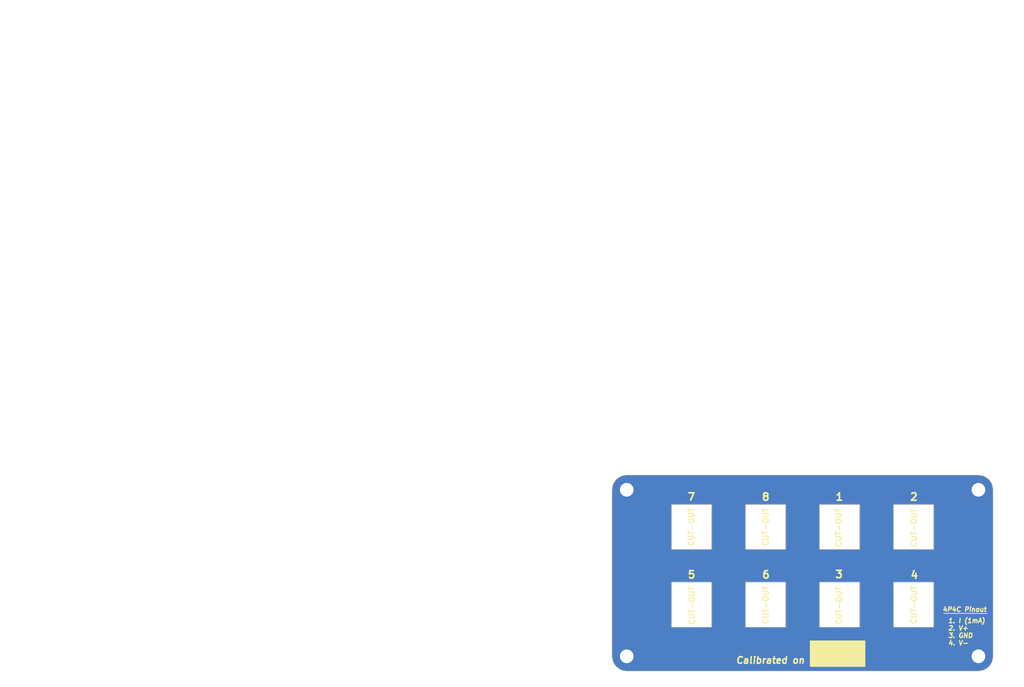
<source format=kicad_pcb>
(kicad_pcb (version 4) (host pcbnew 4.0.4+e1-6308~48~ubuntu15.10.1-stable)

  (general
    (links 3)
    (no_connects 0)
    (area -20.200001 -64.250001 259.390521 121.422161)
    (thickness 1.6)
    (drawings 72)
    (tracks 0)
    (zones 0)
    (modules 4)
    (nets 2)
  )

  (page A4)
  (layers
    (0 F.Cu signal)
    (31 B.Cu signal)
    (32 B.Adhes user)
    (33 F.Adhes user)
    (34 B.Paste user)
    (35 F.Paste user)
    (36 B.SilkS user)
    (37 F.SilkS user)
    (38 B.Mask user)
    (39 F.Mask user)
    (40 Dwgs.User user)
    (41 Cmts.User user)
    (42 Eco1.User user)
    (43 Eco2.User user)
    (44 Edge.Cuts user)
    (45 Margin user)
    (46 B.CrtYd user)
    (47 F.CrtYd user)
    (48 B.Fab user)
    (49 F.Fab user)
  )

  (setup
    (last_trace_width 0.25)
    (user_trace_width 0.3)
    (user_trace_width 0.4)
    (user_trace_width 0.5)
    (user_trace_width 0.6)
    (user_trace_width 0.8)
    (user_trace_width 1)
    (trace_clearance 0.2)
    (zone_clearance 0)
    (zone_45_only no)
    (trace_min 0.2)
    (segment_width 0.2)
    (edge_width 0.15)
    (via_size 0.6)
    (via_drill 0.4)
    (via_min_size 0.4)
    (via_min_drill 0.3)
    (uvia_size 0.3)
    (uvia_drill 0.1)
    (uvias_allowed no)
    (uvia_min_size 0.2)
    (uvia_min_drill 0.1)
    (pcb_text_width 0.3)
    (pcb_text_size 1.5 1.5)
    (mod_edge_width 0.15)
    (mod_text_size 1 1)
    (mod_text_width 0.15)
    (pad_size 6 6)
    (pad_drill 3.7)
    (pad_to_mask_clearance 0.2)
    (aux_axis_origin 0 0)
    (grid_origin 135.39724 84.19084)
    (visible_elements FFFFF77F)
    (pcbplotparams
      (layerselection 0x3ffff_80000001)
      (usegerberextensions false)
      (excludeedgelayer true)
      (linewidth 0.100000)
      (plotframeref false)
      (viasonmask false)
      (mode 1)
      (useauxorigin false)
      (hpglpennumber 1)
      (hpglpenspeed 20)
      (hpglpendiameter 15)
      (hpglpenoverlay 2)
      (psnegative false)
      (psa4output false)
      (plotreference true)
      (plotvalue true)
      (plotinvisibletext false)
      (padsonsilk false)
      (subtractmaskfromsilk false)
      (outputformat 1)
      (mirror false)
      (drillshape 0)
      (scaleselection 1)
      (outputdirectory Gerber/Painel_MBTemp_Traseiro/))
  )

  (net 0 "")
  (net 1 GND)

  (net_class Default "This is the default net class."
    (clearance 0.2)
    (trace_width 0.25)
    (via_dia 0.6)
    (via_drill 0.4)
    (uvia_dia 0.3)
    (uvia_drill 0.1)
    (add_net GND)
  )

  (module Pin_Headers:Pin_Header_Straight_1x01_Pitch2.54mm (layer F.Cu) (tedit 59F76A30) (tstamp 59F8C69F)
    (at 149.16404 113.10112)
    (descr "Through hole straight pin header, 1x01, 2.54mm pitch, single row")
    (tags "Through hole pin header THT 1x01 2.54mm single row")
    (fp_text reference REF** (at 0 -2.33) (layer F.SilkS) hide
      (effects (font (size 1 1) (thickness 0.15)))
    )
    (fp_text value Pin_Header_Straight_1x01_Pitch2.54mm (at 0 2.33) (layer F.Fab) hide
      (effects (font (size 1 1) (thickness 0.15)))
    )
    (pad 1 thru_hole circle (at 0 0) (size 6 6) (drill 3.7) (layers *.Cu *.Mask)
      (net 1 GND))
    (model ${KISYS3DMOD}/Pin_Headers.3dshapes/Pin_Header_Straight_1x01_Pitch2.54mm.wrl
      (at (xyz 0 0 0))
      (scale (xyz 1 1 1))
      (rotate (xyz 0 0 0))
    )
  )

  (module Pin_Headers:Pin_Header_Straight_1x01_Pitch2.54mm (layer F.Cu) (tedit 59F76A30) (tstamp 59F8C690)
    (at 244.19052 113.09096)
    (descr "Through hole straight pin header, 1x01, 2.54mm pitch, single row")
    (tags "Through hole pin header THT 1x01 2.54mm single row")
    (fp_text reference REF** (at 0 -2.33) (layer F.SilkS) hide
      (effects (font (size 1 1) (thickness 0.15)))
    )
    (fp_text value Pin_Header_Straight_1x01_Pitch2.54mm (at 0 2.33) (layer F.Fab) hide
      (effects (font (size 1 1) (thickness 0.15)))
    )
    (pad 1 thru_hole circle (at 0 0) (size 6 6) (drill 3.7) (layers *.Cu *.Mask)
      (net 1 GND))
    (model ${KISYS3DMOD}/Pin_Headers.3dshapes/Pin_Header_Straight_1x01_Pitch2.54mm.wrl
      (at (xyz 0 0 0))
      (scale (xyz 1 1 1))
      (rotate (xyz 0 0 0))
    )
  )

  (module Pin_Headers:Pin_Header_Straight_1x01_Pitch2.54mm (layer F.Cu) (tedit 59F76A30) (tstamp 59F8C64E)
    (at 244.19052 68.10248)
    (descr "Through hole straight pin header, 1x01, 2.54mm pitch, single row")
    (tags "Through hole pin header THT 1x01 2.54mm single row")
    (fp_text reference REF** (at 0 -2.33) (layer F.SilkS) hide
      (effects (font (size 1 1) (thickness 0.15)))
    )
    (fp_text value Pin_Header_Straight_1x01_Pitch2.54mm (at 0 2.33) (layer F.Fab) hide
      (effects (font (size 1 1) (thickness 0.15)))
    )
    (pad 1 thru_hole circle (at 0 0) (size 6 6) (drill 3.7) (layers *.Cu *.Mask)
      (net 1 GND))
    (model ${KISYS3DMOD}/Pin_Headers.3dshapes/Pin_Header_Straight_1x01_Pitch2.54mm.wrl
      (at (xyz 0 0 0))
      (scale (xyz 1 1 1))
      (rotate (xyz 0 0 0))
    )
  )

  (module Pin_Headers:Pin_Header_Straight_1x01_Pitch2.54mm (layer F.Cu) (tedit 59F76A30) (tstamp 59F8C633)
    (at 149.15388 68.10248)
    (descr "Through hole straight pin header, 1x01, 2.54mm pitch, single row")
    (tags "Through hole pin header THT 1x01 2.54mm single row")
    (fp_text reference REF** (at 0 -2.33) (layer F.SilkS) hide
      (effects (font (size 1 1) (thickness 0.15)))
    )
    (fp_text value Pin_Header_Straight_1x01_Pitch2.54mm (at 0 2.33) (layer F.Fab) hide
      (effects (font (size 1 1) (thickness 0.15)))
    )
    (pad 1 thru_hole circle (at 0 0) (size 6 6) (drill 3.7) (layers *.Cu *.Mask)
      (net 1 GND))
    (model ${KISYS3DMOD}/Pin_Headers.3dshapes/Pin_Header_Straight_1x01_Pitch2.54mm.wrl
      (at (xyz 0 0 0))
      (scale (xyz 1 1 1))
      (rotate (xyz 0 0 0))
    )
  )

  (gr_text "Calibrated on" (at 187.97524 114.16284) (layer F.SilkS)
    (effects (font (size 1.8 1.8) (thickness 0.4) italic))
  )
  (gr_text CUT-OUT (at 206.51724 99.3902 90) (layer F.SilkS)
    (effects (font (size 1.5 1.5) (thickness 0.3)))
  )
  (gr_text CUT-OUT (at 226.78644 99.2124 90) (layer F.SilkS)
    (effects (font (size 1.5 1.5) (thickness 0.3)))
  )
  (gr_text CUT-OUT (at 226.78644 78.32344 90) (layer F.SilkS)
    (effects (font (size 1.5 1.5) (thickness 0.3)))
  )
  (gr_text CUT-OUT (at 206.4258 78.32344 90) (layer F.SilkS)
    (effects (font (size 1.5 1.5) (thickness 0.3)))
  )
  (gr_text CUT-OUT (at 186.69 99.2124 90) (layer F.SilkS)
    (effects (font (size 1.5 1.5) (thickness 0.3)))
  )
  (gr_text CUT-OUT (at 166.7764 99.3902 90) (layer F.SilkS)
    (effects (font (size 1.5 1.5) (thickness 0.3)))
  )
  (gr_text CUT-OUT (at 186.69 78.14564 90) (layer F.SilkS)
    (effects (font (size 1.5 1.5) (thickness 0.3)))
  )
  (gr_text CUT-OUT (at 166.5986 78.14564 90) (layer F.SilkS)
    (effects (font (size 1.5 1.5) (thickness 0.3)))
  )
  (gr_line (start 234.823 101.50856) (end 246.46636 101.50856) (angle 90) (layer F.SilkS) (width 0.2))
  (gr_text "1. I (1mA)\n2. V+\n3. GND\n4. V-" (at 235.87964 106.49204) (layer F.SilkS)
    (effects (font (size 1.25 1.25) (thickness 0.3) italic) (justify left))
  )
  (gr_text "4P4C Pinout" (at 240.45164 100.4316) (layer F.SilkS)
    (effects (font (size 1.25 1.25) (thickness 0.3) italic))
  )
  (gr_text 5 (at 166.69004 91.0336) (layer F.SilkS)
    (effects (font (size 2 2) (thickness 0.45)))
  )
  (gr_text 6 (at 186.78144 91.0336) (layer F.SilkS)
    (effects (font (size 2 2) (thickness 0.45)))
  )
  (gr_text 4 (at 226.8728 91.12504) (layer F.SilkS)
    (effects (font (size 2 2) (thickness 0.45)))
  )
  (gr_text 3 (at 206.51724 90.94724) (layer F.SilkS)
    (effects (font (size 2 2) (thickness 0.45)))
  )
  (gr_text 2 (at 226.76104 70.01764) (layer F.SilkS)
    (effects (font (size 2 2) (thickness 0.45)))
  )
  (gr_text 1 (at 206.61884 70.01764) (layer F.SilkS)
    (effects (font (size 2 2) (thickness 0.45)))
  )
  (gr_text 8 (at 186.72048 70.02272) (layer F.SilkS)
    (effects (font (size 2 2) (thickness 0.45)))
  )
  (gr_text 7 (at 166.624 70.0024) (layer F.SilkS)
    (effects (font (size 2 2) (thickness 0.45)))
  )
  (gr_line (start 221.265754 104.899645) (end 221.265754 93.099645) (layer Edge.Cuts) (width 0.1))
  (gr_line (start 221.265754 105.199645) (end 221.265754 104.899645) (layer Edge.Cuts) (width 0.1))
  (gr_line (start 232.065754 105.199645) (end 221.265754 105.199645) (layer Edge.Cuts) (width 0.1))
  (gr_line (start 232.065754 93.099645) (end 232.065754 105.199645) (layer Edge.Cuts) (width 0.1))
  (gr_line (start 221.265754 93.099645) (end 232.065754 93.099645) (layer Edge.Cuts) (width 0.1))
  (gr_line (start 221.265754 83.899645) (end 221.265754 72.099645) (layer Edge.Cuts) (width 0.1))
  (gr_line (start 221.265754 84.199645) (end 221.265754 83.899645) (layer Edge.Cuts) (width 0.1))
  (gr_line (start 232.065754 84.199645) (end 221.265754 84.199645) (layer Edge.Cuts) (width 0.1))
  (gr_line (start 232.065754 72.099645) (end 232.065754 84.199645) (layer Edge.Cuts) (width 0.1))
  (gr_line (start 221.265754 72.099645) (end 232.065754 72.099645) (layer Edge.Cuts) (width 0.1))
  (gr_line (start 201.265754 83.899645) (end 201.265754 72.099645) (layer Edge.Cuts) (width 0.1))
  (gr_line (start 201.265754 84.199645) (end 201.265754 83.899645) (layer Edge.Cuts) (width 0.1))
  (gr_line (start 212.065754 84.199645) (end 201.265754 84.199645) (layer Edge.Cuts) (width 0.1))
  (gr_line (start 212.065754 72.099645) (end 212.065754 84.199645) (layer Edge.Cuts) (width 0.1))
  (gr_line (start 201.265754 72.099645) (end 212.065754 72.099645) (layer Edge.Cuts) (width 0.1))
  (gr_line (start 201.265754 104.899645) (end 201.265754 93.099645) (layer Edge.Cuts) (width 0.1))
  (gr_line (start 201.265754 105.199645) (end 201.265754 104.899645) (layer Edge.Cuts) (width 0.1))
  (gr_line (start 212.065754 105.199645) (end 201.265754 105.199645) (layer Edge.Cuts) (width 0.1))
  (gr_line (start 212.065754 93.099645) (end 212.065754 105.199645) (layer Edge.Cuts) (width 0.1))
  (gr_line (start 201.265754 93.099645) (end 212.065754 93.099645) (layer Edge.Cuts) (width 0.1))
  (gr_line (start 181.275754 104.899645) (end 181.275754 93.099645) (layer Edge.Cuts) (width 0.1))
  (gr_line (start 181.275754 105.199645) (end 181.275754 104.899645) (layer Edge.Cuts) (width 0.1))
  (gr_line (start 192.075754 105.199645) (end 181.275754 105.199645) (layer Edge.Cuts) (width 0.1))
  (gr_line (start 192.075754 93.099645) (end 192.075754 105.199645) (layer Edge.Cuts) (width 0.1))
  (gr_line (start 181.275754 93.099645) (end 192.075754 93.099645) (layer Edge.Cuts) (width 0.1))
  (gr_line (start 181.275754 83.899645) (end 181.275754 72.099645) (layer Edge.Cuts) (width 0.1))
  (gr_line (start 181.275754 84.199645) (end 181.275754 83.899645) (layer Edge.Cuts) (width 0.1))
  (gr_line (start 192.075754 84.199645) (end 181.275754 84.199645) (layer Edge.Cuts) (width 0.1))
  (gr_line (start 192.075754 72.099645) (end 192.075754 84.199645) (layer Edge.Cuts) (width 0.1))
  (gr_line (start 181.275754 72.099645) (end 192.075754 72.099645) (layer Edge.Cuts) (width 0.1))
  (gr_line (start 161.275754 83.899645) (end 161.275754 72.099645) (layer Edge.Cuts) (width 0.1))
  (gr_line (start 161.275754 84.199645) (end 161.275754 83.899645) (layer Edge.Cuts) (width 0.1))
  (gr_line (start 172.075754 84.199645) (end 161.275754 84.199645) (layer Edge.Cuts) (width 0.1))
  (gr_line (start 172.075754 72.099645) (end 172.075754 84.199645) (layer Edge.Cuts) (width 0.1))
  (gr_line (start 161.275754 72.099645) (end 172.075754 72.099645) (layer Edge.Cuts) (width 0.1))
  (gr_line (start 161.275754 105.199645) (end 161.275754 104.899645) (layer Edge.Cuts) (width 0.1))
  (gr_line (start 172.075754 105.199645) (end 161.275754 105.199645) (layer Edge.Cuts) (width 0.1))
  (gr_line (start 172.075754 93.099645) (end 172.075754 105.199645) (layer Edge.Cuts) (width 0.1))
  (gr_line (start 161.275754 93.099645) (end 172.075754 93.099645) (layer Edge.Cuts) (width 0.1))
  (gr_line (start 161.275754 104.899645) (end 161.275754 93.099645) (layer Edge.Cuts) (width 0.1))
  (gr_line (start 248.170754 68.089645) (end 248.170754 113.109645) (layer Edge.Cuts) (width 0.1))
  (gr_line (start 145.170754 113.109645) (end 145.170754 68.089645) (layer Edge.Cuts) (width 0.1))
  (gr_arc (start 149.160754 68.089645) (end 149.160754 64.099645) (angle -90) (layer Edge.Cuts) (width 0.1))
  (gr_arc (start 149.160754 113.109645) (end 145.170754 113.109645) (angle -90) (layer Edge.Cuts) (width 0.1))
  (gr_line (start 244.180754 117.099645) (end 149.160754 117.099645) (layer Edge.Cuts) (width 0.1))
  (gr_arc (start 244.180754 113.109645) (end 244.180754 117.099645) (angle -90) (layer Edge.Cuts) (width 0.1))
  (gr_arc (start 244.180754 68.089645) (end 248.170754 68.089645) (angle -90) (layer Edge.Cuts) (width 0.1))
  (gr_line (start 149.160754 64.099645) (end 244.180754 64.099645) (layer Edge.Cuts) (width 0.1))
  (gr_line (start 15.145404 62.85) (end 15.145404 62.85) (layer Edge.Cuts) (width 0.1))
  (gr_line (start -20.15 -64.2) (end -20.15 -64.2) (layer Edge.Cuts) (width 0.1))
  (gr_line (start 20.15 64.2) (end 20.15 64.2) (layer Edge.Cuts) (width 0.1))
  (gr_line (start 10.254596 62.85) (end 10.254596 62.85) (layer Edge.Cuts) (width 0.1))

  (zone (net 1) (net_name GND) (layer F.Cu) (tstamp 59F76A04) (hatch edge 0.508)
    (connect_pads yes (clearance 0))
    (min_thickness 0.254)
    (fill yes (arc_segments 16) (thermal_gap 0.508) (thermal_bridge_width 0.508))
    (polygon
      (pts
        (xy 34.417 60.452) (xy 254.7874 60.97016) (xy 256.0574 121.42216) (xy 32.258 118.745) (xy 33.655 60.706)
      )
    )
    (filled_polygon
      (pts
        (xy 245.638599 64.570096) (xy 246.8745 65.395899) (xy 247.700303 66.6318) (xy 247.993754 68.107078) (xy 247.993754 113.092212)
        (xy 247.700303 114.56749) (xy 246.8745 115.803391) (xy 245.638599 116.629194) (xy 244.163321 116.922645) (xy 149.178187 116.922645)
        (xy 147.702909 116.629194) (xy 146.467008 115.803391) (xy 145.641205 114.56749) (xy 145.347754 113.092212) (xy 145.347754 93.099645)
        (xy 161.098754 93.099645) (xy 161.098754 105.199645) (xy 161.112227 105.26738) (xy 161.150596 105.324803) (xy 161.208019 105.363172)
        (xy 161.275754 105.376645) (xy 172.075754 105.376645) (xy 172.143489 105.363172) (xy 172.200912 105.324803) (xy 172.239281 105.26738)
        (xy 172.252754 105.199645) (xy 172.252754 93.099645) (xy 181.098754 93.099645) (xy 181.098754 105.199645) (xy 181.112227 105.26738)
        (xy 181.150596 105.324803) (xy 181.208019 105.363172) (xy 181.275754 105.376645) (xy 192.075754 105.376645) (xy 192.143489 105.363172)
        (xy 192.200912 105.324803) (xy 192.239281 105.26738) (xy 192.252754 105.199645) (xy 192.252754 93.099645) (xy 201.088754 93.099645)
        (xy 201.088754 105.199645) (xy 201.102227 105.26738) (xy 201.140596 105.324803) (xy 201.198019 105.363172) (xy 201.265754 105.376645)
        (xy 212.065754 105.376645) (xy 212.133489 105.363172) (xy 212.190912 105.324803) (xy 212.229281 105.26738) (xy 212.242754 105.199645)
        (xy 212.242754 93.099645) (xy 221.088754 93.099645) (xy 221.088754 105.199645) (xy 221.102227 105.26738) (xy 221.140596 105.324803)
        (xy 221.198019 105.363172) (xy 221.265754 105.376645) (xy 232.065754 105.376645) (xy 232.133489 105.363172) (xy 232.190912 105.324803)
        (xy 232.229281 105.26738) (xy 232.242754 105.199645) (xy 232.242754 93.099645) (xy 232.229281 93.03191) (xy 232.190912 92.974487)
        (xy 232.133489 92.936118) (xy 232.065754 92.922645) (xy 221.265754 92.922645) (xy 221.198019 92.936118) (xy 221.140596 92.974487)
        (xy 221.102227 93.03191) (xy 221.088754 93.099645) (xy 212.242754 93.099645) (xy 212.229281 93.03191) (xy 212.190912 92.974487)
        (xy 212.133489 92.936118) (xy 212.065754 92.922645) (xy 201.265754 92.922645) (xy 201.198019 92.936118) (xy 201.140596 92.974487)
        (xy 201.102227 93.03191) (xy 201.088754 93.099645) (xy 192.252754 93.099645) (xy 192.239281 93.03191) (xy 192.200912 92.974487)
        (xy 192.143489 92.936118) (xy 192.075754 92.922645) (xy 181.275754 92.922645) (xy 181.208019 92.936118) (xy 181.150596 92.974487)
        (xy 181.112227 93.03191) (xy 181.098754 93.099645) (xy 172.252754 93.099645) (xy 172.239281 93.03191) (xy 172.200912 92.974487)
        (xy 172.143489 92.936118) (xy 172.075754 92.922645) (xy 161.275754 92.922645) (xy 161.208019 92.936118) (xy 161.150596 92.974487)
        (xy 161.112227 93.03191) (xy 161.098754 93.099645) (xy 145.347754 93.099645) (xy 145.347754 72.099645) (xy 161.098754 72.099645)
        (xy 161.098754 84.199645) (xy 161.112227 84.26738) (xy 161.150596 84.324803) (xy 161.208019 84.363172) (xy 161.275754 84.376645)
        (xy 172.075754 84.376645) (xy 172.143489 84.363172) (xy 172.200912 84.324803) (xy 172.239281 84.26738) (xy 172.252754 84.199645)
        (xy 172.252754 72.099645) (xy 181.098754 72.099645) (xy 181.098754 84.199645) (xy 181.112227 84.26738) (xy 181.150596 84.324803)
        (xy 181.208019 84.363172) (xy 181.275754 84.376645) (xy 192.075754 84.376645) (xy 192.143489 84.363172) (xy 192.200912 84.324803)
        (xy 192.239281 84.26738) (xy 192.252754 84.199645) (xy 192.252754 72.099645) (xy 201.088754 72.099645) (xy 201.088754 84.199645)
        (xy 201.102227 84.26738) (xy 201.140596 84.324803) (xy 201.198019 84.363172) (xy 201.265754 84.376645) (xy 212.065754 84.376645)
        (xy 212.133489 84.363172) (xy 212.190912 84.324803) (xy 212.229281 84.26738) (xy 212.242754 84.199645) (xy 212.242754 72.099645)
        (xy 221.088754 72.099645) (xy 221.088754 84.199645) (xy 221.102227 84.26738) (xy 221.140596 84.324803) (xy 221.198019 84.363172)
        (xy 221.265754 84.376645) (xy 232.065754 84.376645) (xy 232.133489 84.363172) (xy 232.190912 84.324803) (xy 232.229281 84.26738)
        (xy 232.242754 84.199645) (xy 232.242754 72.099645) (xy 232.229281 72.03191) (xy 232.190912 71.974487) (xy 232.133489 71.936118)
        (xy 232.065754 71.922645) (xy 221.265754 71.922645) (xy 221.198019 71.936118) (xy 221.140596 71.974487) (xy 221.102227 72.03191)
        (xy 221.088754 72.099645) (xy 212.242754 72.099645) (xy 212.229281 72.03191) (xy 212.190912 71.974487) (xy 212.133489 71.936118)
        (xy 212.065754 71.922645) (xy 201.265754 71.922645) (xy 201.198019 71.936118) (xy 201.140596 71.974487) (xy 201.102227 72.03191)
        (xy 201.088754 72.099645) (xy 192.252754 72.099645) (xy 192.239281 72.03191) (xy 192.200912 71.974487) (xy 192.143489 71.936118)
        (xy 192.075754 71.922645) (xy 181.275754 71.922645) (xy 181.208019 71.936118) (xy 181.150596 71.974487) (xy 181.112227 72.03191)
        (xy 181.098754 72.099645) (xy 172.252754 72.099645) (xy 172.239281 72.03191) (xy 172.200912 71.974487) (xy 172.143489 71.936118)
        (xy 172.075754 71.922645) (xy 161.275754 71.922645) (xy 161.208019 71.936118) (xy 161.150596 71.974487) (xy 161.112227 72.03191)
        (xy 161.098754 72.099645) (xy 145.347754 72.099645) (xy 145.347754 68.107078) (xy 145.641205 66.6318) (xy 146.467008 65.395899)
        (xy 147.702909 64.570096) (xy 149.178187 64.276645) (xy 244.163321 64.276645)
      )
    )
  )
  (zone (net 1) (net_name GND) (layer B.Cu) (tstamp 59F76A17) (hatch edge 0.508)
    (connect_pads yes (clearance 0))
    (min_thickness 0.254)
    (fill yes (arc_segments 16) (thermal_gap 0.508) (thermal_bridge_width 0.508))
    (polygon
      (pts
        (xy 33.655 60.706) (xy 254.9906 59.81192) (xy 256.5146 120.39092) (xy 32.1818 118.19128) (xy 33.75152 60.81776)
      )
    )
    (filled_polygon
      (pts
        (xy 245.638599 64.570096) (xy 246.8745 65.395899) (xy 247.700303 66.6318) (xy 247.993754 68.107078) (xy 247.993754 113.092212)
        (xy 247.700303 114.56749) (xy 246.8745 115.803391) (xy 245.638599 116.629194) (xy 244.163321 116.922645) (xy 149.178187 116.922645)
        (xy 147.702909 116.629194) (xy 146.467008 115.803391) (xy 145.641205 114.56749) (xy 145.347754 113.092212) (xy 145.347754 93.099645)
        (xy 161.098754 93.099645) (xy 161.098754 105.199645) (xy 161.112227 105.26738) (xy 161.150596 105.324803) (xy 161.208019 105.363172)
        (xy 161.275754 105.376645) (xy 172.075754 105.376645) (xy 172.143489 105.363172) (xy 172.200912 105.324803) (xy 172.239281 105.26738)
        (xy 172.252754 105.199645) (xy 172.252754 93.099645) (xy 181.098754 93.099645) (xy 181.098754 105.199645) (xy 181.112227 105.26738)
        (xy 181.150596 105.324803) (xy 181.208019 105.363172) (xy 181.275754 105.376645) (xy 192.075754 105.376645) (xy 192.143489 105.363172)
        (xy 192.200912 105.324803) (xy 192.239281 105.26738) (xy 192.252754 105.199645) (xy 192.252754 93.099645) (xy 201.088754 93.099645)
        (xy 201.088754 105.199645) (xy 201.102227 105.26738) (xy 201.140596 105.324803) (xy 201.198019 105.363172) (xy 201.265754 105.376645)
        (xy 212.065754 105.376645) (xy 212.133489 105.363172) (xy 212.190912 105.324803) (xy 212.229281 105.26738) (xy 212.242754 105.199645)
        (xy 212.242754 93.099645) (xy 221.088754 93.099645) (xy 221.088754 105.199645) (xy 221.102227 105.26738) (xy 221.140596 105.324803)
        (xy 221.198019 105.363172) (xy 221.265754 105.376645) (xy 232.065754 105.376645) (xy 232.133489 105.363172) (xy 232.190912 105.324803)
        (xy 232.229281 105.26738) (xy 232.242754 105.199645) (xy 232.242754 93.099645) (xy 232.229281 93.03191) (xy 232.190912 92.974487)
        (xy 232.133489 92.936118) (xy 232.065754 92.922645) (xy 221.265754 92.922645) (xy 221.198019 92.936118) (xy 221.140596 92.974487)
        (xy 221.102227 93.03191) (xy 221.088754 93.099645) (xy 212.242754 93.099645) (xy 212.229281 93.03191) (xy 212.190912 92.974487)
        (xy 212.133489 92.936118) (xy 212.065754 92.922645) (xy 201.265754 92.922645) (xy 201.198019 92.936118) (xy 201.140596 92.974487)
        (xy 201.102227 93.03191) (xy 201.088754 93.099645) (xy 192.252754 93.099645) (xy 192.239281 93.03191) (xy 192.200912 92.974487)
        (xy 192.143489 92.936118) (xy 192.075754 92.922645) (xy 181.275754 92.922645) (xy 181.208019 92.936118) (xy 181.150596 92.974487)
        (xy 181.112227 93.03191) (xy 181.098754 93.099645) (xy 172.252754 93.099645) (xy 172.239281 93.03191) (xy 172.200912 92.974487)
        (xy 172.143489 92.936118) (xy 172.075754 92.922645) (xy 161.275754 92.922645) (xy 161.208019 92.936118) (xy 161.150596 92.974487)
        (xy 161.112227 93.03191) (xy 161.098754 93.099645) (xy 145.347754 93.099645) (xy 145.347754 72.099645) (xy 161.098754 72.099645)
        (xy 161.098754 84.199645) (xy 161.112227 84.26738) (xy 161.150596 84.324803) (xy 161.208019 84.363172) (xy 161.275754 84.376645)
        (xy 172.075754 84.376645) (xy 172.143489 84.363172) (xy 172.200912 84.324803) (xy 172.239281 84.26738) (xy 172.252754 84.199645)
        (xy 172.252754 72.099645) (xy 181.098754 72.099645) (xy 181.098754 84.199645) (xy 181.112227 84.26738) (xy 181.150596 84.324803)
        (xy 181.208019 84.363172) (xy 181.275754 84.376645) (xy 192.075754 84.376645) (xy 192.143489 84.363172) (xy 192.200912 84.324803)
        (xy 192.239281 84.26738) (xy 192.252754 84.199645) (xy 192.252754 72.099645) (xy 201.088754 72.099645) (xy 201.088754 84.199645)
        (xy 201.102227 84.26738) (xy 201.140596 84.324803) (xy 201.198019 84.363172) (xy 201.265754 84.376645) (xy 212.065754 84.376645)
        (xy 212.133489 84.363172) (xy 212.190912 84.324803) (xy 212.229281 84.26738) (xy 212.242754 84.199645) (xy 212.242754 72.099645)
        (xy 221.088754 72.099645) (xy 221.088754 84.199645) (xy 221.102227 84.26738) (xy 221.140596 84.324803) (xy 221.198019 84.363172)
        (xy 221.265754 84.376645) (xy 232.065754 84.376645) (xy 232.133489 84.363172) (xy 232.190912 84.324803) (xy 232.229281 84.26738)
        (xy 232.242754 84.199645) (xy 232.242754 72.099645) (xy 232.229281 72.03191) (xy 232.190912 71.974487) (xy 232.133489 71.936118)
        (xy 232.065754 71.922645) (xy 221.265754 71.922645) (xy 221.198019 71.936118) (xy 221.140596 71.974487) (xy 221.102227 72.03191)
        (xy 221.088754 72.099645) (xy 212.242754 72.099645) (xy 212.229281 72.03191) (xy 212.190912 71.974487) (xy 212.133489 71.936118)
        (xy 212.065754 71.922645) (xy 201.265754 71.922645) (xy 201.198019 71.936118) (xy 201.140596 71.974487) (xy 201.102227 72.03191)
        (xy 201.088754 72.099645) (xy 192.252754 72.099645) (xy 192.239281 72.03191) (xy 192.200912 71.974487) (xy 192.143489 71.936118)
        (xy 192.075754 71.922645) (xy 181.275754 71.922645) (xy 181.208019 71.936118) (xy 181.150596 71.974487) (xy 181.112227 72.03191)
        (xy 181.098754 72.099645) (xy 172.252754 72.099645) (xy 172.239281 72.03191) (xy 172.200912 71.974487) (xy 172.143489 71.936118)
        (xy 172.075754 71.922645) (xy 161.275754 71.922645) (xy 161.208019 71.936118) (xy 161.150596 71.974487) (xy 161.112227 72.03191)
        (xy 161.098754 72.099645) (xy 145.347754 72.099645) (xy 145.347754 68.107078) (xy 145.641205 66.6318) (xy 146.467008 65.395899)
        (xy 147.702909 64.570096) (xy 149.178187 64.276645) (xy 244.163321 64.276645)
      )
    )
  )
  (zone (net 0) (net_name "") (layer F.SilkS) (tstamp 5A663264) (hatch edge 0.508)
    (connect_pads (clearance 0))
    (min_thickness 0.254)
    (fill yes (arc_segments 16) (thermal_gap 0.508) (thermal_bridge_width 0.508))
    (polygon
      (pts
        (xy 213.62924 115.94084) (xy 198.64324 115.94084) (xy 198.64324 108.82884) (xy 213.62924 108.82884)
      )
    )
    (filled_polygon
      (pts
        (xy 213.50224 115.81384) (xy 198.77024 115.81384) (xy 198.77024 108.95584) (xy 213.50224 108.95584)
      )
    )
  )
)

</source>
